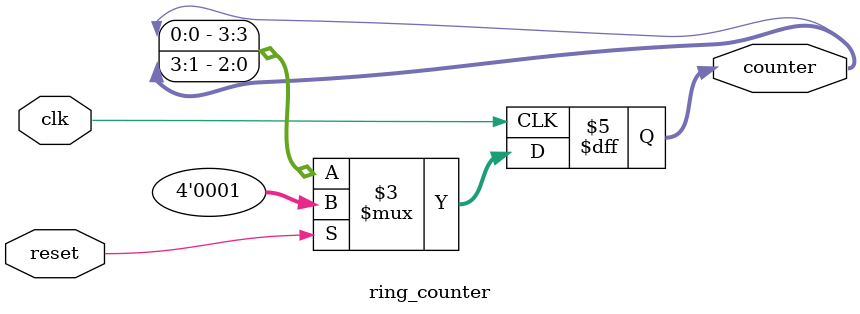
<source format=v>
`timescale 1ns / 1ps

module ring_counter #(parameter N=4)
    (input clk, reset,
    output reg [N-1:0] counter );

always @(posedge clk) 
    begin
    
    if (reset) 
        counter <= 1;
     
    else 
        counter <= {counter[0], counter[N-1:1]};
    
    end
endmodule

</source>
